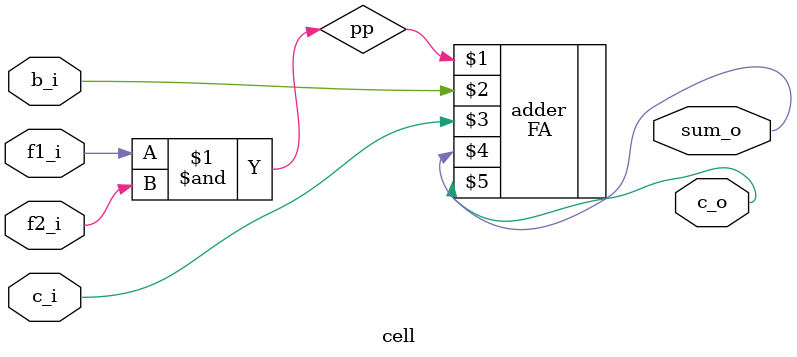
<source format=v>
`timescale 1ns / 1ps

`include "FA.v"

module carry_save_multiplier(
        input [3:0] a,
        input [3:0] b,
        output [7:0] out
    );

    wire [3:0] sum_vec[3:0];
    wire [3:0] carry_vec[3:0];


    cell c00(a[0], b[0], 1'b0, 1'b0, sum_vec[0][0], carry_vec[0][0]);
    cell c01(a[1], b[0], 1'b0, carry_vec[0][0], sum_vec[0][1], carry_vec[0][1]);
    cell c02(a[2], b[0], 1'b0, carry_vec[0][1], sum_vec[0][2], carry_vec[0][2]);
    cell c03(a[3], b[0], 1'b0, carry_vec[0][2], sum_vec[0][3], carry_vec[0][3]);

    cell c10(a[0], b[1], sum_vec[0][1], 1'b0, sum_vec[1][0], carry_vec[1][0]);
    cell c11(a[1], b[1], sum_vec[0][2], carry_vec[1][0], sum_vec[1][1], carry_vec[1][1]);
    cell c12(a[2], b[1], sum_vec[0][3], carry_vec[1][1], sum_vec[1][2], carry_vec[1][2]);
    cell c13(a[3], b[1], carry_vec[0][3], carry_vec[1][2], sum_vec[1][3], carry_vec[1][3]);

    cell c20(a[0], b[2], sum_vec[1][1], 1'b0, sum_vec[2][0], carry_vec[2][0]);
    cell c21(a[1], b[2], sum_vec[1][2], carry_vec[2][0], sum_vec[2][1], carry_vec[2][1]);
    cell c22(a[2], b[2], sum_vec[1][3], carry_vec[2][1], sum_vec[2][2], carry_vec[2][2]);
    cell c23(a[3], b[2], carry_vec[1][3], carry_vec[2][2], sum_vec[2][3], carry_vec[2][3]);

    cell c30(a[0], b[3], sum_vec[2][1], 1'b0, sum_vec[3][0], carry_vec[3][0]);
    cell c31(a[1], b[3], sum_vec[2][2], carry_vec[3][0], sum_vec[3][1], carry_vec[3][1]);
    cell c32(a[2], b[3], sum_vec[2][3], carry_vec[3][1], sum_vec[3][2], carry_vec[3][2]);
    cell c33(a[3], b[3], carry_vec[2][3], carry_vec[3][2], sum_vec[3][3], carry_vec[3][3]);

    assign out[0] = sum_vec[0][0];
    assign out[1] = sum_vec[1][0];
    assign out[2] = sum_vec[2][0];
    assign out[3] = sum_vec[3][0];
    assign out[4] = sum_vec[3][1];
    assign out[5] = sum_vec[3][2];
    assign out[6] = sum_vec[3][3];
    assign out[7] = carry_vec[3][3];

endmodule

module cell(f1_i, f2_i, b_i, c_i, sum_o, c_o);
  input f1_i, f2_i, b_i, c_i;
  output sum_o, c_o;

  wire pp;

  assign pp = f1_i & f2_i;

  FA adder(pp, b_i, c_i, sum_o, c_o);

endmodule
</source>
